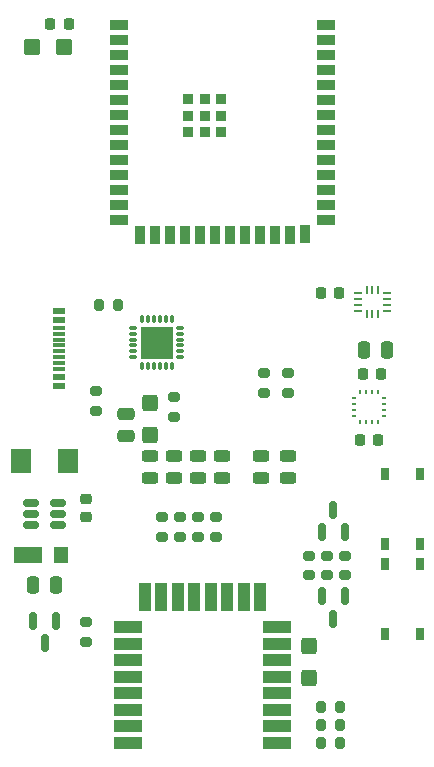
<source format=gbr>
%TF.GenerationSoftware,KiCad,Pcbnew,8.0.6*%
%TF.CreationDate,2025-01-30T17:26:38+11:00*%
%TF.ProjectId,ESP32-DWM1000-local,45535033-322d-4445-974d-313030302d6c,rev?*%
%TF.SameCoordinates,Original*%
%TF.FileFunction,Paste,Top*%
%TF.FilePolarity,Positive*%
%FSLAX46Y46*%
G04 Gerber Fmt 4.6, Leading zero omitted, Abs format (unit mm)*
G04 Created by KiCad (PCBNEW 8.0.6) date 2025-01-30 17:26:38*
%MOMM*%
%LPD*%
G01*
G04 APERTURE LIST*
G04 Aperture macros list*
%AMRoundRect*
0 Rectangle with rounded corners*
0 $1 Rounding radius*
0 $2 $3 $4 $5 $6 $7 $8 $9 X,Y pos of 4 corners*
0 Add a 4 corners polygon primitive as box body*
4,1,4,$2,$3,$4,$5,$6,$7,$8,$9,$2,$3,0*
0 Add four circle primitives for the rounded corners*
1,1,$1+$1,$2,$3*
1,1,$1+$1,$4,$5*
1,1,$1+$1,$6,$7*
1,1,$1+$1,$8,$9*
0 Add four rect primitives between the rounded corners*
20,1,$1+$1,$2,$3,$4,$5,0*
20,1,$1+$1,$4,$5,$6,$7,0*
20,1,$1+$1,$6,$7,$8,$9,0*
20,1,$1+$1,$8,$9,$2,$3,0*%
G04 Aperture macros list end*
%ADD10R,1.100000X0.550000*%
%ADD11R,1.100000X0.300000*%
%ADD12RoundRect,0.250000X-0.425000X0.450000X-0.425000X-0.450000X0.425000X-0.450000X0.425000X0.450000X0*%
%ADD13RoundRect,0.250000X0.425000X-0.450000X0.425000X0.450000X-0.425000X0.450000X-0.425000X-0.450000X0*%
%ADD14RoundRect,0.225000X0.225000X0.250000X-0.225000X0.250000X-0.225000X-0.250000X0.225000X-0.250000X0*%
%ADD15RoundRect,0.150000X-0.150000X0.587500X-0.150000X-0.587500X0.150000X-0.587500X0.150000X0.587500X0*%
%ADD16R,1.500000X0.900000*%
%ADD17R,0.900000X1.500000*%
%ADD18R,0.900000X0.900000*%
%ADD19R,0.700000X1.100000*%
%ADD20RoundRect,0.150000X0.150000X-0.587500X0.150000X0.587500X-0.150000X0.587500X-0.150000X-0.587500X0*%
%ADD21RoundRect,0.200000X-0.275000X0.200000X-0.275000X-0.200000X0.275000X-0.200000X0.275000X0.200000X0*%
%ADD22RoundRect,0.243750X0.456250X-0.243750X0.456250X0.243750X-0.456250X0.243750X-0.456250X-0.243750X0*%
%ADD23R,1.200000X1.400000*%
%ADD24R,2.400000X1.400000*%
%ADD25R,1.800000X2.000000*%
%ADD26RoundRect,0.225000X-0.225000X-0.250000X0.225000X-0.250000X0.225000X0.250000X-0.225000X0.250000X0*%
%ADD27RoundRect,0.200000X-0.200000X-0.275000X0.200000X-0.275000X0.200000X0.275000X-0.200000X0.275000X0*%
%ADD28RoundRect,0.250000X0.450000X0.425000X-0.450000X0.425000X-0.450000X-0.425000X0.450000X-0.425000X0*%
%ADD29R,0.680000X0.280000*%
%ADD30R,0.280000X0.680000*%
%ADD31RoundRect,0.200000X0.200000X0.275000X-0.200000X0.275000X-0.200000X-0.275000X0.200000X-0.275000X0*%
%ADD32RoundRect,0.200000X0.275000X-0.200000X0.275000X0.200000X-0.275000X0.200000X-0.275000X-0.200000X0*%
%ADD33RoundRect,0.250000X-0.250000X-0.475000X0.250000X-0.475000X0.250000X0.475000X-0.250000X0.475000X0*%
%ADD34R,0.250000X0.450000*%
%ADD35R,0.450000X0.250000*%
%ADD36RoundRect,0.243750X-0.456250X0.243750X-0.456250X-0.243750X0.456250X-0.243750X0.456250X0.243750X0*%
%ADD37O,0.800000X0.280000*%
%ADD38O,0.280000X0.800000*%
%ADD39R,2.700000X2.700000*%
%ADD40RoundRect,0.250000X-0.475000X0.250000X-0.475000X-0.250000X0.475000X-0.250000X0.475000X0.250000X0*%
%ADD41R,2.450000X1.000000*%
%ADD42R,1.000000X2.450000*%
%ADD43RoundRect,0.225000X0.250000X-0.225000X0.250000X0.225000X-0.250000X0.225000X-0.250000X-0.225000X0*%
%ADD44RoundRect,0.150000X-0.512500X-0.150000X0.512500X-0.150000X0.512500X0.150000X-0.512500X0.150000X0*%
G04 APERTURE END LIST*
D10*
%TO.C,USB1*%
X116260000Y-116800000D03*
X116260000Y-117600000D03*
D11*
X116260000Y-118250000D03*
X116260000Y-118750000D03*
X116260000Y-119250000D03*
X116260000Y-119750000D03*
X116260000Y-120250000D03*
X116260000Y-120750000D03*
X116260000Y-121250000D03*
X116260000Y-121750000D03*
D10*
X116260000Y-122400000D03*
X116260000Y-123200000D03*
%TD*%
D12*
%TO.C,C5*%
X123952000Y-124634000D03*
X123952000Y-127334000D03*
%TD*%
D13*
%TO.C,C6*%
X137414000Y-147908000D03*
X137414000Y-145208000D03*
%TD*%
D14*
%TO.C,C7*%
X117025000Y-92500000D03*
X115475000Y-92500000D03*
%TD*%
D15*
%TO.C,Q2*%
X140396000Y-140999000D03*
X138496000Y-140999000D03*
X139446000Y-142874000D03*
%TD*%
D16*
%TO.C,U2*%
X121298000Y-92591500D03*
X121298000Y-93861500D03*
X121298000Y-95131500D03*
X121298000Y-96401500D03*
X121298000Y-97671500D03*
X121298000Y-98941500D03*
X121298000Y-100211500D03*
X121298000Y-101481500D03*
X121298000Y-102751500D03*
X121298000Y-104021500D03*
X121298000Y-105291500D03*
X121298000Y-106561500D03*
X121298000Y-107831500D03*
X121298000Y-109101500D03*
D17*
X123058000Y-110371500D03*
X124328000Y-110371500D03*
X125598000Y-110371500D03*
X126868000Y-110371500D03*
X128138000Y-110371500D03*
X129418000Y-110371500D03*
X130678000Y-110371500D03*
X131948000Y-110371500D03*
X133218000Y-110371500D03*
X134498000Y-110371500D03*
X135768000Y-110371500D03*
X137038000Y-110341500D03*
D16*
X138798000Y-109101500D03*
X138798000Y-107831500D03*
X138798000Y-106561500D03*
X138798000Y-105291500D03*
X138798000Y-104021500D03*
X138798000Y-102751500D03*
X138798000Y-101481500D03*
X138798000Y-100211500D03*
X138798000Y-98941500D03*
X138798000Y-97671500D03*
X138798000Y-96401500D03*
X138798000Y-95131500D03*
X138798000Y-93861500D03*
X138798000Y-92591500D03*
D18*
X127148000Y-98911500D03*
X127148000Y-100311500D03*
X127148000Y-101711500D03*
X128548000Y-98911500D03*
X128548000Y-100311500D03*
X128548000Y-101711500D03*
X129948000Y-98911500D03*
X129948000Y-100311500D03*
X129948000Y-101711500D03*
%TD*%
D19*
%TO.C,SW2*%
X143788000Y-136554000D03*
X143788000Y-130654000D03*
X146788000Y-136554000D03*
X146788000Y-130654000D03*
%TD*%
D20*
%TO.C,Q1*%
X138496000Y-135557500D03*
X140396000Y-135557500D03*
X139446000Y-133682500D03*
%TD*%
D21*
%TO.C,R5*%
X128016000Y-134303000D03*
X128016000Y-135953000D03*
%TD*%
D22*
%TO.C,D7*%
X133350000Y-130985500D03*
X133350000Y-129110500D03*
%TD*%
D23*
%TO.C,D5*%
X116380000Y-137500000D03*
D24*
X113620000Y-137500000D03*
%TD*%
D25*
%TO.C,L1*%
X117000000Y-129500000D03*
X113000000Y-129500000D03*
%TD*%
D26*
%TO.C,C11*%
X138417000Y-115316000D03*
X139967000Y-115316000D03*
%TD*%
D27*
%TO.C,R13*%
X119571000Y-116332000D03*
X121221000Y-116332000D03*
%TD*%
D28*
%TO.C,C4*%
X116666000Y-94500000D03*
X113966000Y-94500000D03*
%TD*%
D21*
%TO.C,R7*%
X124968000Y-134303000D03*
X124968000Y-135953000D03*
%TD*%
D29*
%TO.C,U6*%
X141498000Y-115324000D03*
X141498000Y-115824000D03*
X141498000Y-116324000D03*
X141498000Y-116824000D03*
D30*
X142258000Y-117084000D03*
X142758000Y-117084000D03*
X143258000Y-117084000D03*
D29*
X144018000Y-116824000D03*
X144018000Y-116324000D03*
X144018000Y-115824000D03*
X144018000Y-115324000D03*
D30*
X143258000Y-115064000D03*
X142758000Y-115064000D03*
X142258000Y-115064000D03*
%TD*%
D31*
%TO.C,R2*%
X140017000Y-153416000D03*
X138367000Y-153416000D03*
%TD*%
D21*
%TO.C,R8*%
X138938000Y-137549000D03*
X138938000Y-139199000D03*
%TD*%
%TO.C,R11*%
X140446000Y-137549000D03*
X140446000Y-139199000D03*
%TD*%
D31*
%TO.C,R3*%
X140017000Y-150368000D03*
X138367000Y-150368000D03*
%TD*%
D21*
%TO.C,R12*%
X118500000Y-143175000D03*
X118500000Y-144825000D03*
%TD*%
D32*
%TO.C,R9*%
X125984000Y-125793000D03*
X125984000Y-124143000D03*
%TD*%
D21*
%TO.C,R4*%
X129540000Y-134303000D03*
X129540000Y-135953000D03*
%TD*%
D14*
%TO.C,C10*%
X143269000Y-127762000D03*
X141719000Y-127762000D03*
%TD*%
D33*
%TO.C,C2*%
X114050000Y-140000000D03*
X115950000Y-140000000D03*
%TD*%
D34*
%TO.C,U5*%
X141744000Y-126228000D03*
X142244000Y-126228000D03*
X142744000Y-126228000D03*
X143244000Y-126228000D03*
D35*
X143754000Y-125718000D03*
X143754000Y-125218000D03*
X143754000Y-124718000D03*
X143754000Y-124218000D03*
D34*
X143244000Y-123708000D03*
X142744000Y-123708000D03*
X142244000Y-123708000D03*
X141744000Y-123708000D03*
D35*
X141234000Y-124218000D03*
X141234000Y-124718000D03*
X141234000Y-125218000D03*
X141234000Y-125718000D03*
%TD*%
D36*
%TO.C,D3*%
X125984000Y-129110500D03*
X125984000Y-130985500D03*
%TD*%
D22*
%TO.C,D6*%
X135636000Y-130985500D03*
X135636000Y-129110500D03*
%TD*%
D37*
%TO.C,U3*%
X122500000Y-118250000D03*
X122500000Y-118750000D03*
X122500000Y-119250000D03*
X122500000Y-119750000D03*
X122500000Y-120250000D03*
X122500000Y-120750000D03*
D38*
X123250000Y-121500000D03*
X123750000Y-121500000D03*
X124250000Y-121500000D03*
X124750000Y-121500000D03*
X125250000Y-121500000D03*
X125750000Y-121500000D03*
D37*
X126500000Y-120750000D03*
X126500000Y-120250000D03*
X126500000Y-119750000D03*
X126500000Y-119250000D03*
X126500000Y-118750000D03*
X126500000Y-118260000D03*
D38*
X125750000Y-117500000D03*
X125250000Y-117500000D03*
X124750000Y-117500000D03*
X124250000Y-117500000D03*
X123750000Y-117500000D03*
X123250000Y-117500000D03*
D39*
X124500000Y-119510000D03*
%TD*%
D32*
%TO.C,R16*%
X133604000Y-123761000D03*
X133604000Y-122111000D03*
%TD*%
D31*
%TO.C,R1*%
X140017000Y-151892000D03*
X138367000Y-151892000D03*
%TD*%
D14*
%TO.C,C8*%
X143523000Y-122174000D03*
X141973000Y-122174000D03*
%TD*%
D40*
%TO.C,C3*%
X121920000Y-125542000D03*
X121920000Y-127442000D03*
%TD*%
D33*
%TO.C,C9*%
X142052000Y-120142000D03*
X143952000Y-120142000D03*
%TD*%
D21*
%TO.C,R6*%
X126492000Y-134303000D03*
X126492000Y-135953000D03*
%TD*%
D19*
%TO.C,SW1*%
X146788000Y-138274000D03*
X146788000Y-144174000D03*
X143788000Y-138274000D03*
X143788000Y-144174000D03*
%TD*%
D36*
%TO.C,D2*%
X128016000Y-129110500D03*
X128016000Y-130985500D03*
%TD*%
D21*
%TO.C,R14*%
X119380000Y-123635000D03*
X119380000Y-125285000D03*
%TD*%
D15*
%TO.C,Q3*%
X115950000Y-143062500D03*
X114050000Y-143062500D03*
X115000000Y-144937500D03*
%TD*%
D41*
%TO.C,U1*%
X134677500Y-153390000D03*
X134677500Y-152000000D03*
X134677500Y-150600000D03*
X134677500Y-149200000D03*
X134677500Y-147790000D03*
X134677500Y-146390000D03*
X134677500Y-145000000D03*
X134677500Y-143590000D03*
D42*
X133277500Y-141050000D03*
X131877500Y-141050000D03*
X130477500Y-141050000D03*
X129077500Y-141050000D03*
X127677500Y-141050000D03*
X126277500Y-141050000D03*
X124877500Y-141050000D03*
X123477500Y-141050000D03*
D41*
X122077500Y-143610000D03*
X122077500Y-145000000D03*
X122077500Y-146400000D03*
X122077500Y-147800000D03*
X122077500Y-149190000D03*
X122077500Y-150590000D03*
X122077500Y-151990000D03*
X122077500Y-153390000D03*
%TD*%
D43*
%TO.C,C1*%
X118500000Y-134275000D03*
X118500000Y-132725000D03*
%TD*%
D44*
%TO.C,U4*%
X113862500Y-133050000D03*
X113862500Y-134000000D03*
X113862500Y-134950000D03*
X116137500Y-134950000D03*
X116137500Y-134000000D03*
X116137500Y-133050000D03*
%TD*%
D36*
%TO.C,D4*%
X123952000Y-129110500D03*
X123952000Y-130985500D03*
%TD*%
D32*
%TO.C,R10*%
X137414000Y-139199000D03*
X137414000Y-137549000D03*
%TD*%
D36*
%TO.C,D1*%
X130048000Y-129110500D03*
X130048000Y-130985500D03*
%TD*%
D32*
%TO.C,R15*%
X135636000Y-123761000D03*
X135636000Y-122111000D03*
%TD*%
M02*

</source>
